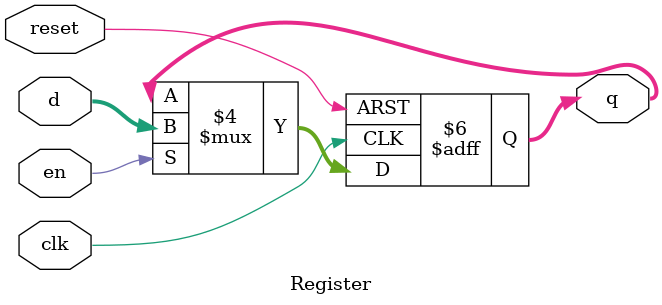
<source format=v>
`timescale 1ns / 1ps

module Register(
//---------I/O---------
    input [31:0] d,
    input reset,clk,en,
    output reg [31:0] q
    );

    //Body
    always@(posedge reset or posedge clk)
    begin//Begin always
        if(reset == 1'b1)
            q <= 32'b00000000000000000000000000000000;
        else
        begin//begin else
            if(en == 1'b1)
                q <= d;
        end//end else    
    end//End always
endmodule
</source>
